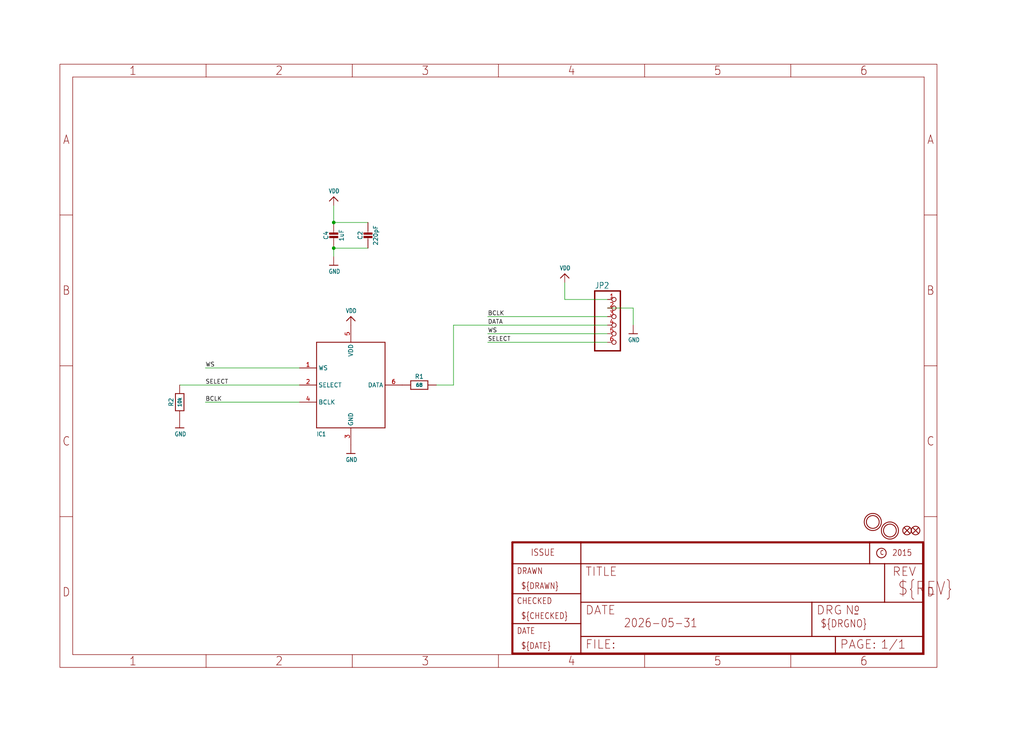
<source format=kicad_sch>
(kicad_sch (version 20230121) (generator eeschema)
  (paper "User" 303.962 217.322)
  (lib_symbols
    (symbol "working-eagle-import:CAP_CERAMIC0805-NOOUTLINE"
      (property "Reference" "C" (at -2.29 1.25 90))
      (symbol "CAP_CERAMIC0805-NOOUTLINE_1_0"
        (rectangle (start -1.27 0.508) (end 1.27 1.016) (fill (type outline)))
        (rectangle (start -1.27 1.524) (end 1.27 2.032) (fill (type outline)))
        (polyline (pts (xy 0 0.762) (xy 0 0)) (stroke (width 0.1524)))
        (polyline (pts (xy 0 2.54) (xy 0 1.778)) (stroke (width 0.1524)))
        (pin passive line (at 0 5.08 270) (length 2.54) (name "1") (number "1"))
        (pin passive line (at 0 -2.54 90) (length 2.54) (name "2") (number "2"))
      )
    )
    (symbol "working-eagle-import:FIDUCIAL_1MM"
      (symbol "FIDUCIAL_1MM_1_0"
        (polyline (pts (xy -0.762 0.762) (xy 0.762 -0.762)) (stroke (width 0.254)))
        (polyline (pts (xy 0.762 0.762) (xy -0.762 -0.762)) (stroke (width 0.254)))
        (circle (center 0 0) (radius 1.27) (stroke (width 0.254)))
      )
    )
    (symbol "working-eagle-import:FRAME_A4"
      (symbol "FRAME_A4_1_0"
        (polyline (pts (xy 0 44.7675) (xy 3.81 44.7675)))
        (polyline (pts (xy 0 89.535) (xy 3.81 89.535)))
        (polyline (pts (xy 0 134.3025) (xy 3.81 134.3025)))
        (polyline (pts (xy 3.81 3.81) (xy 3.81 175.26)))
        (polyline (pts (xy 43.3917 0) (xy 43.3917 3.81)))
        (polyline (pts (xy 43.3917 175.26) (xy 43.3917 179.07)))
        (polyline (pts (xy 86.7833 0) (xy 86.7833 3.81)))
        (polyline (pts (xy 86.7833 175.26) (xy 86.7833 179.07)))
        (polyline (pts (xy 130.175 0) (xy 130.175 3.81)))
        (polyline (pts (xy 130.175 175.26) (xy 130.175 179.07)))
        (polyline (pts (xy 173.5667 0) (xy 173.5667 3.81)))
        (polyline (pts (xy 173.5667 175.26) (xy 173.5667 179.07)))
        (polyline (pts (xy 216.9583 0) (xy 216.9583 3.81)))
        (polyline (pts (xy 216.9583 175.26) (xy 216.9583 179.07)))
        (polyline (pts (xy 256.54 3.81) (xy 3.81 3.81)))
        (polyline (pts (xy 256.54 3.81) (xy 256.54 8.89)) (stroke (width 0.1016)))
        (polyline (pts (xy 256.54 3.81) (xy 256.54 175.26)))
        (polyline (pts (xy 256.54 8.89) (xy 256.54 13.97)) (stroke (width 0.1016)))
        (polyline (pts (xy 256.54 13.97) (xy 256.54 19.05)) (stroke (width 0.1016)))
        (polyline (pts (xy 256.54 19.05) (xy 256.54 36.83)) (stroke (width 0.1016)))
        (polyline (pts (xy 256.54 44.7675) (xy 260.35 44.7675)))
        (polyline (pts (xy 256.54 89.535) (xy 260.35 89.535)))
        (polyline (pts (xy 256.54 134.3025) (xy 260.35 134.3025)))
        (polyline (pts (xy 256.54 175.26) (xy 3.81 175.26)))
        (polyline (pts (xy 0 0) (xy 260.35 0) (xy 260.35 179.07) (xy 0 179.07) (xy 0 0)))
        (text "1" (at 21.6958 1.905 0) (effects (font (size 2.54 2.286))))
        (text "1" (at 21.6958 177.165 0) (effects (font (size 2.54 2.286))))
        (text "2" (at 65.0875 1.905 0) (effects (font (size 2.54 2.286))))
        (text "2" (at 65.0875 177.165 0) (effects (font (size 2.54 2.286))))
        (text "3" (at 108.4792 1.905 0) (effects (font (size 2.54 2.286))))
        (text "3" (at 108.4792 177.165 0) (effects (font (size 2.54 2.286))))
        (text "4" (at 151.8708 1.905 0) (effects (font (size 2.54 2.286))))
        (text "4" (at 151.8708 177.165 0) (effects (font (size 2.54 2.286))))
        (text "5" (at 195.2625 1.905 0) (effects (font (size 2.54 2.286))))
        (text "5" (at 195.2625 177.165 0) (effects (font (size 2.54 2.286))))
        (text "6" (at 238.6542 1.905 0) (effects (font (size 2.54 2.286))))
        (text "6" (at 238.6542 177.165 0) (effects (font (size 2.54 2.286))))
        (text "A" (at 1.905 156.6863 0) (effects (font (size 2.54 2.286))))
        (text "A" (at 258.445 156.6863 0) (effects (font (size 2.54 2.286))))
        (text "B" (at 1.905 111.9188 0) (effects (font (size 2.54 2.286))))
        (text "B" (at 258.445 111.9188 0) (effects (font (size 2.54 2.286))))
        (text "C" (at 1.905 67.1513 0) (effects (font (size 2.54 2.286))))
        (text "C" (at 258.445 67.1513 0) (effects (font (size 2.54 2.286))))
        (text "D" (at 1.905 22.3838 0) (effects (font (size 2.54 2.286))))
        (text "D" (at 258.445 22.3838 0) (effects (font (size 2.54 2.286))))
      )
      (symbol "FRAME_A4_2_0"
        (polyline (pts (xy -0.3048 1.5748) (xy 20.0152 1.5748)) (stroke (width 0.6096)))
        (polyline (pts (xy -0.3048 10.4648) (xy -0.3048 1.5748)) (stroke (width 0.6096)))
        (polyline (pts (xy -0.3048 10.4648) (xy 20.0152 10.4648)) (stroke (width 0.3048)))
        (polyline (pts (xy -0.3048 19.3548) (xy -0.3048 10.4648)) (stroke (width 0.6096)))
        (polyline (pts (xy -0.3048 19.3548) (xy 20.0152 19.3548)) (stroke (width 0.3048)))
        (polyline (pts (xy -0.3048 28.2448) (xy -0.3048 19.3548)) (stroke (width 0.6096)))
        (polyline (pts (xy -0.3048 28.2448) (xy 20.0152 28.2448)) (stroke (width 0.3048)))
        (polyline (pts (xy -0.3048 34.5948) (xy -0.3048 28.2448)) (stroke (width 0.6096)))
        (polyline (pts (xy 20.0152 1.5748) (xy 20.0152 6.6548)) (stroke (width 0.3048)))
        (polyline (pts (xy 20.0152 1.5748) (xy 95.5802 1.5748)) (stroke (width 0.6096)))
        (polyline (pts (xy 20.0152 6.6548) (xy 20.0152 10.4648)) (stroke (width 0.3048)))
        (polyline (pts (xy 20.0152 6.6548) (xy 88.5952 6.6548)) (stroke (width 0.3048)))
        (polyline (pts (xy 20.0152 10.4648) (xy 20.0152 16.8148)) (stroke (width 0.3048)))
        (polyline (pts (xy 20.0152 16.8148) (xy 20.0152 19.3548)) (stroke (width 0.3048)))
        (polyline (pts (xy 20.0152 19.3548) (xy 20.0152 28.2448)) (stroke (width 0.3048)))
        (polyline (pts (xy 20.0152 28.2448) (xy 20.0152 34.5948)) (stroke (width 0.3048)))
        (polyline (pts (xy 20.0152 28.2448) (xy 105.7402 28.2448)) (stroke (width 0.3048)))
        (polyline (pts (xy 20.0152 34.5948) (xy -0.3048 34.5948)) (stroke (width 0.6096)))
        (polyline (pts (xy 88.5952 6.6548) (xy 95.5802 6.6548)) (stroke (width 0.3048)))
        (polyline (pts (xy 88.5952 16.8148) (xy 20.0152 16.8148)) (stroke (width 0.3048)))
        (polyline (pts (xy 88.5952 16.8148) (xy 88.5952 6.6548)) (stroke (width 0.3048)))
        (polyline (pts (xy 95.5802 1.5748) (xy 121.6152 1.5748)) (stroke (width 0.6096)))
        (polyline (pts (xy 95.5802 6.6548) (xy 95.5802 1.5748)) (stroke (width 0.3048)))
        (polyline (pts (xy 95.5802 6.6548) (xy 121.6152 6.6548)) (stroke (width 0.3048)))
        (polyline (pts (xy 101.2952 13.3223) (xy 102.2477 13.3223)) (stroke (width 0.254)))
        (polyline (pts (xy 105.7402 28.2448) (xy 105.7402 34.5948)) (stroke (width 0.3048)))
        (polyline (pts (xy 105.7402 28.2448) (xy 110.1852 28.2448)) (stroke (width 0.3048)))
        (polyline (pts (xy 105.7402 34.5948) (xy 20.0152 34.5948)) (stroke (width 0.6096)))
        (polyline (pts (xy 110.1852 16.8148) (xy 88.5952 16.8148)) (stroke (width 0.3048)))
        (polyline (pts (xy 110.1852 28.2448) (xy 110.1852 16.8148)) (stroke (width 0.3048)))
        (polyline (pts (xy 110.1852 28.2448) (xy 121.6152 28.2448)) (stroke (width 0.3048)))
        (polyline (pts (xy 121.6152 6.6548) (xy 121.6152 1.5748)) (stroke (width 0.6096)))
        (polyline (pts (xy 121.6152 16.8148) (xy 110.1852 16.8148)) (stroke (width 0.3048)))
        (polyline (pts (xy 121.6152 16.8148) (xy 121.6152 6.6548)) (stroke (width 0.6096)))
        (polyline (pts (xy 121.6152 28.2448) (xy 121.6152 16.8148)) (stroke (width 0.6096)))
        (polyline (pts (xy 121.6152 34.5948) (xy 105.7402 34.5948)) (stroke (width 0.6096)))
        (polyline (pts (xy 121.6152 34.5948) (xy 121.6152 28.2448)) (stroke (width 0.6096)))
        (circle (center 109.2327 31.4198) (radius 1.4199) (stroke (width 0.254)))
        (text "${#}/${##}" (at 108.9152 2.8448 0) (effects (font (size 2.54 2.54)) (justify left bottom)))
        (text "${CHECKED}" (at 2.2352 11.7348 0) (effects (font (size 1.778 1.5113)) (justify left bottom)))
        (text "${COMPANY}" (at 23.349 29.6735 0) (effects (font (size 3.175 2.6987) (thickness 0.5397) bold) (justify left bottom)))
        (text "${CURRENT_DATE}" (at 32.7152 9.1948 0) (effects (font (size 2.54 2.159)) (justify left bottom)))
        (text "${DATE}" (at 2.2352 2.8448 0) (effects (font (size 1.778 1.5113)) (justify left bottom)))
        (text "${DRAWN}" (at 2.2352 20.6248 0) (effects (font (size 1.778 1.5113)) (justify left bottom)))
        (text "${DRGNO}" (at 91.1352 9.1948 0) (effects (font (size 2.1844 1.8567)) (justify left bottom)))
        (text "${PROJECTNAME}" (at 33.0327 2.8448 0) (effects (font (size 2.54 2.159)) (justify left bottom)))
        (text "${REV}" (at 113.9952 18.7198 0) (effects (font (size 3.81 3.2385)) (justify left bottom)))
        (text "2015" (at 112.4077 30.4673 0) (effects (font (size 1.778 1.5113)) (justify left bottom)))
        (text "C" (at 108.7564 30.7848 0) (effects (font (size 1.27 1.0795)) (justify left bottom)))
        (text "CHECKED" (at 0.9652 16.1798 0) (effects (font (size 1.778 1.5113)) (justify left bottom)))
        (text "DATE" (at 0.9652 7.2898 0) (effects (font (size 1.778 1.5113)) (justify left bottom)))
        (text "DATE" (at 21.2852 13.0048 0) (effects (font (size 2.54 2.54)) (justify left bottom)))
        (text "DRAWN" (at 0.9652 25.0698 0) (effects (font (size 1.778 1.5113)) (justify left bottom)))
        (text "DRG" (at 89.8652 13.0048 0) (effects (font (size 2.54 2.54)) (justify left bottom)))
        (text "FILE:" (at 21.2852 2.8448 0) (effects (font (size 2.54 2.54)) (justify left bottom)))
        (text "ISSUE" (at 5.0927 30.4673 0) (effects (font (size 1.9304 1.6408)) (justify left bottom)))
        (text "N" (at 98.4377 13.0048 0) (effects (font (size 2.54 2.54)) (justify left bottom)))
        (text "o" (at 100.9777 13.9573 0) (effects (font (size 2.1844 1.8567)) (justify left bottom)))
        (text "PAGE:" (at 96.8502 2.8448 0) (effects (font (size 2.54 2.54)) (justify left bottom)))
        (text "REV" (at 112.4077 24.4348 0) (effects (font (size 2.54 2.54)) (justify left bottom)))
        (text "TITLE" (at 21.2852 24.4348 0) (effects (font (size 2.54 2.54)) (justify left bottom)))
      )
    )
    (symbol "working-eagle-import:GND" (power)
      (property "Value" "GND" (at -1.524 -2.54 0))
      (symbol "GND_1_0"
        (polyline (pts (xy -1.27 0) (xy 1.27 0)) (stroke (width 0.254)))
        (pin power_in line (at 0 2.54 270) (length 2.54) (name "GND") (number "1"))
      )
    )
    (symbol "working-eagle-import:HEADER-1X6ROUND"
      (property "Reference" "JP" (at -6.35 10.795 0))
      (symbol "HEADER-1X6ROUND_1_0"
        (polyline (pts (xy -6.35 -7.62) (xy 1.27 -7.62)) (stroke (width 0.4064)))
        (polyline (pts (xy -6.35 10.16) (xy -6.35 -7.62)) (stroke (width 0.4064)))
        (polyline (pts (xy 1.27 -7.62) (xy 1.27 10.16)) (stroke (width 0.4064)))
        (polyline (pts (xy 1.27 10.16) (xy -6.35 10.16)) (stroke (width 0.4064)))
        (pin passive inverted (at -2.54 7.62 0) (length 2.54) (name "1") (number "1"))
        (pin passive inverted (at -2.54 5.08 0) (length 2.54) (name "2") (number "2"))
        (pin passive inverted (at -2.54 2.54 0) (length 2.54) (name "3") (number "3"))
        (pin passive inverted (at -2.54 0 0) (length 2.54) (name "4") (number "4"))
        (pin passive inverted (at -2.54 -2.54 0) (length 2.54) (name "5") (number "5"))
        (pin passive inverted (at -2.54 -5.08 0) (length 2.54) (name "6") (number "6"))
      )
    )
    (symbol "working-eagle-import:MIC_I2S_SPH0645"
      (property "Reference" "IC" (at -10.16 -15.24 0))
      (symbol "MIC_I2S_SPH0645_1_0"
        (polyline (pts (xy -10.16 -12.7) (xy -10.16 12.7)) (stroke (width 0.254)))
        (polyline (pts (xy -10.16 12.7) (xy 10.16 12.7)) (stroke (width 0.254)))
        (polyline (pts (xy 10.16 -12.7) (xy -10.16 -12.7)) (stroke (width 0.254)))
        (polyline (pts (xy 10.16 12.7) (xy 10.16 -12.7)) (stroke (width 0.254)))
        (pin input line (at -15.24 5.08 0) (length 5.08) (name "WS") (number "1"))
        (pin input line (at -15.24 0 0) (length 5.08) (name "SELECT") (number "2"))
        (pin power_in line (at 0 -17.78 90) (length 5.08) (name "GND") (number "3"))
        (pin input line (at -15.24 -5.08 0) (length 5.08) (name "BCLK") (number "4"))
        (pin power_in line (at 0 17.78 270) (length 5.08) (name "VDD") (number "5"))
        (pin output line (at 15.24 0 180) (length 5.08) (name "DATA") (number "6"))
      )
    )
    (symbol "working-eagle-import:MOUNTINGHOLE2.5"
      (symbol "MOUNTINGHOLE2.5_1_0"
        (circle (center 0 0) (radius 1.905) (stroke (width 0.254)))
        (circle (center 0 0) (radius 2.54) (stroke (width 0.254)))
      )
    )
    (symbol "working-eagle-import:RESISTOR_0603_NOOUT"
      (property "Reference" "R" (at 0 2.54 0))
      (symbol "RESISTOR_0603_NOOUT_1_0"
        (polyline (pts (xy -2.54 -1.27) (xy -2.54 1.27)) (stroke (width 0.254)))
        (polyline (pts (xy -2.54 1.27) (xy 2.54 1.27)) (stroke (width 0.254)))
        (polyline (pts (xy 2.54 -1.27) (xy -2.54 -1.27)) (stroke (width 0.254)))
        (polyline (pts (xy 2.54 1.27) (xy 2.54 -1.27)) (stroke (width 0.254)))
        (pin passive line (at -5.08 0 0) (length 2.54) (name "1") (number "1"))
        (pin passive line (at 5.08 0 180) (length 2.54) (name "2") (number "2"))
      )
    )
    (symbol "working-eagle-import:VDD" (power)
      (property "Value" "VDD" (at -1.524 1.016 0))
      (symbol "VDD_1_0"
        (polyline (pts (xy -1.27 -1.27) (xy 0 0)) (stroke (width 0.254)))
        (polyline (pts (xy 0 0) (xy 1.27 -1.27)) (stroke (width 0.254)))
        (pin power_in line (at 0 -2.54 90) (length 2.54) (name "VDD") (number "1"))
      )
    )
  )
  (junction (at 99.06 73.66))
  (junction (at 99.06 66.04))
  (wire (pts (xy 167.64 88.9) (xy 180.34 88.9)) (stroke (width 0.1524)))
  (wire (pts (xy 134.62 114.3) (xy 134.62 96.52)) (stroke (width 0.1524)))
  (wire (pts (xy 99.06 60.96) (xy 99.06 66.04)) (stroke (width 0.1524)))
  (wire (pts (xy 180.34 101.6) (xy 144.78 101.6)) (stroke (width 0.1524)))
  (wire (pts (xy 60.96 119.38) (xy 88.9 119.38)) (stroke (width 0.1524)))
  (wire (pts (xy 129.54 114.3) (xy 134.62 114.3)) (stroke (width 0.1524)))
  (wire (pts (xy 180.34 96.52) (xy 134.62 96.52)) (stroke (width 0.1524)))
  (wire (pts (xy 99.06 73.66) (xy 109.22 73.66)) (stroke (width 0.1524)))
  (wire (pts (xy 180.34 93.98) (xy 144.78 93.98)) (stroke (width 0.1524)))
  (wire (pts (xy 88.9 114.3) (xy 53.34 114.3)) (stroke (width 0.1524)))
  (wire (pts (xy 109.22 66.04) (xy 99.06 66.04)) (stroke (width 0.1524)))
  (wire (pts (xy 167.64 88.9) (xy 167.64 83.82)) (stroke (width 0.1524)))
  (wire (pts (xy 144.78 99.06) (xy 180.34 99.06)) (stroke (width 0.1524)))
  (wire (pts (xy 99.06 73.66) (xy 99.06 76.2)) (stroke (width 0.1524)))
  (wire (pts (xy 88.9 109.22) (xy 60.96 109.22)) (stroke (width 0.1524)))
  (wire (pts (xy 180.34 91.44) (xy 187.96 91.44)) (stroke (width 0.1524)))
  (wire (pts (xy 187.96 91.44) (xy 187.96 96.52)) (stroke (width 0.1524)))
  (label "SELECT" (at 60.96 114.3 0) (effects (font (size 1.2446 1.2446))))
  (label "DATA" (at 144.78 96.52 0) (effects (font (size 1.2446 1.2446))))
  (label "SELECT" (at 144.78 101.6 0) (effects (font (size 1.2446 1.2446))))
  (label "WS" (at 60.96 109.22 0) (effects (font (size 1.2446 1.2446))))
  (label "BCLK" (at 144.78 93.98 0) (effects (font (size 1.2446 1.2446))))
  (label "BCLK" (at 60.96 119.38 0) (effects (font (size 1.2446 1.2446))))
  (label "WS" (at 144.78 99.06 0) (effects (font (size 1.2446 1.2446))))
  (symbol (lib_id "working-eagle-import:HEADER-1X6ROUND") (at 182.88 96.52 0) (unit 1)
    (property "Reference" "JP2" (at 176.53 85.725 0) (effects (font (size 1.778 1.5113)) (justify left bottom)))
    (property "Value" "HEADER-1X6ROUND" (effects hide))
    (property "Footprint" "working:1X06_ROUND" (effects hide))
  )
  (symbol (lib_id "working-eagle-import:CAP_CERAMIC0805-NOOUTLINE") (at 109.22 71.12 0) (unit 1)
    (property "Reference" "C2" (at 106.93 69.87 90))
    (property "Value" "220pF" (at 111.52 69.87 90))
    (property "Footprint" "working:0805-NO" (effects hide))
  )
  (symbol (lib_id "working-eagle-import:FIDUCIAL_1MM") (at 269.24 157.48 0) (unit 1)
    (property "Reference" "FID2" (effects hide))
    (property "Value" "FIDUCIAL_1MM" (effects hide))
    (property "Footprint" "working:FIDUCIAL_1MM" (effects hide))
  )
  (symbol (lib_id "working-eagle-import:RESISTOR_0603_NOOUT") (at 53.34 119.38 90) (unit 1)
    (property "Reference" "R2" (at 50.8 119.38 0))
    (property "Value" "10k" (at 53.34 119.38 0) (effects (font (size 1.016 1.016) bold)))
    (property "Footprint" "working:0603-NO" (effects hide))
  )
  (symbol (lib_id "working-eagle-import:GND") (at 187.96 99.06 0) (unit 1)
    (property "Reference" "#U$4" (effects hide))
    (property "Value" "GND" (at 186.436 101.6 0) (effects (font (size 1.27 1.0795)) (justify left bottom)))
  )
  (symbol (lib_id "working-eagle-import:FRAME_A4") (at 17.78 198.12 0) (unit 1)
    (property "Reference" "#FRAME1" (effects hide))
    (property "Value" "FRAME_A4" (effects hide))
  )
  (symbol (lib_id "working-eagle-import:VDD") (at 167.64 81.28 0) (unit 1)
    (property "Reference" "#U$3" (effects hide))
    (property "Value" "VDD" (at 166.116 80.264 0) (effects (font (size 1.27 1.0795)) (justify left bottom)))
  )
  (symbol (lib_id "working-eagle-import:FIDUCIAL_1MM") (at 271.78 157.48 0) (unit 1)
    (property "Reference" "FID1" (effects hide))
    (property "Value" "FIDUCIAL_1MM" (effects hide))
    (property "Footprint" "working:FIDUCIAL_1MM" (effects hide))
  )
  (symbol (lib_id "working-eagle-import:MOUNTINGHOLE2.5") (at 259.08 154.94 0) (unit 1)
    (property "Reference" "U$6" (effects hide))
    (property "Value" "MOUNTINGHOLE2.5" (effects hide))
    (property "Footprint" "working:MOUNTINGHOLE_2.5_PLATED" (effects hide))
  )
  (symbol (lib_id "working-eagle-import:MOUNTINGHOLE2.5") (at 264.16 157.48 0) (unit 1)
    (property "Reference" "U$12" (effects hide))
    (property "Value" "MOUNTINGHOLE2.5" (effects hide))
    (property "Footprint" "working:MOUNTINGHOLE_2.5_PLATED" (effects hide))
  )
  (symbol (lib_id "working-eagle-import:GND") (at 104.14 134.62 0) (unit 1)
    (property "Reference" "#U$1" (effects hide))
    (property "Value" "GND" (at 102.616 137.16 0) (effects (font (size 1.27 1.0795)) (justify left bottom)))
  )
  (symbol (lib_id "working-eagle-import:GND") (at 99.06 78.74 0) (unit 1)
    (property "Reference" "#U$7" (effects hide))
    (property "Value" "GND" (at 97.536 81.28 0) (effects (font (size 1.27 1.0795)) (justify left bottom)))
  )
  (symbol (lib_id "working-eagle-import:FRAME_A4") (at 152.4 195.58 0) (unit 2)
    (property "Reference" "#FRAME1" (effects hide))
    (property "Value" "FRAME_A4" (effects hide))
  )
  (symbol (lib_id "working-eagle-import:VDD") (at 104.14 93.98 0) (unit 1)
    (property "Reference" "#U$2" (effects hide))
    (property "Value" "VDD" (at 102.616 92.964 0) (effects (font (size 1.27 1.0795)) (justify left bottom)))
  )
  (symbol (lib_id "working-eagle-import:GND") (at 53.34 127 0) (unit 1)
    (property "Reference" "#U$9" (effects hide))
    (property "Value" "GND" (at 51.816 129.54 0) (effects (font (size 1.27 1.0795)) (justify left bottom)))
  )
  (symbol (lib_id "working-eagle-import:MIC_I2S_SPH0645") (at 104.14 114.3 0) (unit 1)
    (property "Reference" "IC1" (at 93.98 129.54 0) (effects (font (size 1.27 1.0795)) (justify left bottom)))
    (property "Value" "MIC_I2S_SPH0645" (effects hide))
    (property "Footprint" "working:SPH0645LM4H" (effects hide))
  )
  (symbol (lib_id "working-eagle-import:RESISTOR_0603_NOOUT") (at 124.46 114.3 0) (unit 1)
    (property "Reference" "R1" (at 124.46 111.76 0))
    (property "Value" "68" (at 124.46 114.3 0) (effects (font (size 1.016 1.016) bold)))
    (property "Footprint" "working:0603-NO" (effects hide))
  )
  (symbol (lib_id "working-eagle-import:VDD") (at 99.06 58.42 0) (unit 1)
    (property "Reference" "#U$8" (effects hide))
    (property "Value" "VDD" (at 97.536 57.404 0) (effects (font (size 1.27 1.0795)) (justify left bottom)))
  )
  (symbol (lib_id "working-eagle-import:CAP_CERAMIC0805-NOOUTLINE") (at 99.06 71.12 0) (unit 1)
    (property "Reference" "C4" (at 96.77 69.87 90))
    (property "Value" "1uF" (at 101.36 69.87 90))
    (property "Footprint" "working:0805-NO" (effects hide))
  )
)
</source>
